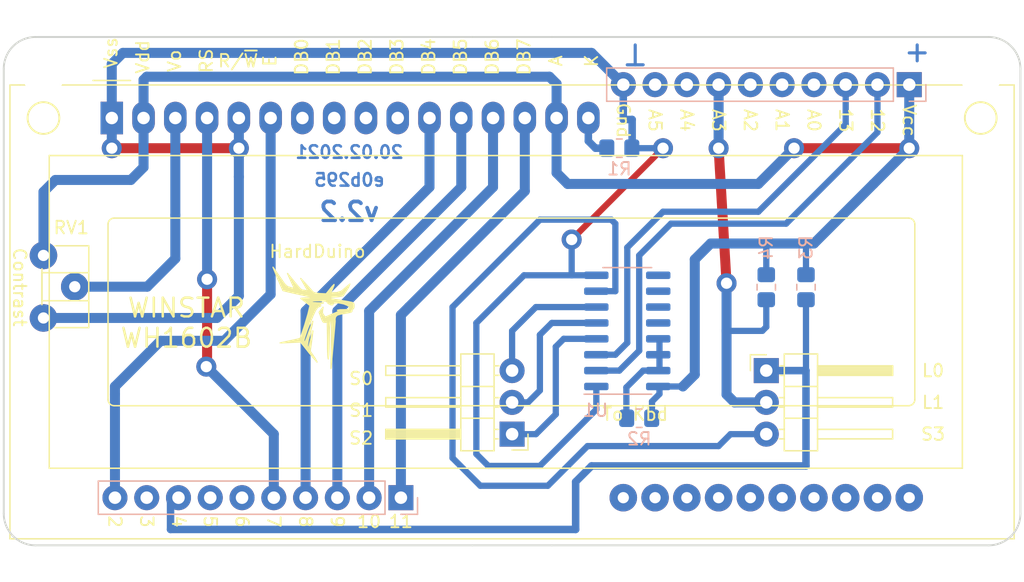
<source format=kicad_pcb>
(kicad_pcb (version 20171130) (host pcbnew "(5.1.8)-1")

  (general
    (thickness 1.6)
    (drawings 64)
    (tracks 178)
    (zones 0)
    (modules 15)
    (nets 36)
  )

  (page A4 portrait)
  (layers
    (0 F.Cu signal)
    (31 B.Cu signal)
    (32 B.Adhes user)
    (33 F.Adhes user)
    (34 B.Paste user)
    (35 F.Paste user)
    (36 B.SilkS user)
    (37 F.SilkS user)
    (38 B.Mask user)
    (39 F.Mask user)
    (40 Dwgs.User user)
    (41 Cmts.User user)
    (42 Eco1.User user)
    (43 Eco2.User user)
    (44 Edge.Cuts user)
    (45 Margin user)
    (46 B.CrtYd user)
    (47 F.CrtYd user)
    (48 B.Fab user)
    (49 F.Fab user)
  )

  (setup
    (last_trace_width 0.25)
    (user_trace_width 0.5)
    (user_trace_width 0.6)
    (user_trace_width 0.8)
    (trace_clearance 0.2)
    (zone_clearance 0.508)
    (zone_45_only no)
    (trace_min 0.2)
    (via_size 0.8)
    (via_drill 0.4)
    (via_min_size 0.4)
    (via_min_drill 0.3)
    (user_via 1.6 0.9)
    (user_via 2.2 0.9)
    (uvia_size 0.3)
    (uvia_drill 0.1)
    (uvias_allowed no)
    (uvia_min_size 0.2)
    (uvia_min_drill 0.1)
    (edge_width 0.05)
    (segment_width 0.2)
    (pcb_text_width 0.3)
    (pcb_text_size 1.5 1.5)
    (mod_edge_width 0.12)
    (mod_text_size 1 1)
    (mod_text_width 0.15)
    (pad_size 2 2)
    (pad_drill 1)
    (pad_to_mask_clearance 0.051)
    (solder_mask_min_width 0.1)
    (aux_axis_origin 0 0)
    (visible_elements 7FFFFFFF)
    (pcbplotparams
      (layerselection 0x010f0_ffffffff)
      (usegerberextensions false)
      (usegerberattributes false)
      (usegerberadvancedattributes false)
      (creategerberjobfile false)
      (excludeedgelayer true)
      (linewidth 0.100000)
      (plotframeref false)
      (viasonmask false)
      (mode 1)
      (useauxorigin false)
      (hpglpennumber 1)
      (hpglpenspeed 20)
      (hpglpendiameter 15.000000)
      (psnegative false)
      (psa4output false)
      (plotreference true)
      (plotvalue true)
      (plotinvisibletext false)
      (padsonsilk false)
      (subtractmaskfromsilk false)
      (outputformat 1)
      (mirror false)
      (drillshape 0)
      (scaleselection 1)
      (outputdirectory "gerber/"))
  )

  (net 0 "")
  (net 1 VCC)
  (net 2 /12)
  (net 3 /13)
  (net 4 /A0)
  (net 5 /A1)
  (net 6 /A2)
  (net 7 /A3)
  (net 8 /A4)
  (net 9 /A5)
  (net 10 GND)
  (net 11 /2)
  (net 12 /3)
  (net 13 /4)
  (net 14 /5)
  (net 15 /6)
  (net 16 /7)
  (net 17 /8)
  (net 18 /9)
  (net 19 /10)
  (net 20 /11)
  (net 21 "Net-(DS1-Pad3)")
  (net 22 "Net-(DS1-Pad10)")
  (net 23 "Net-(DS1-Pad9)")
  (net 24 "Net-(DS1-Pad8)")
  (net 25 "Net-(DS1-Pad7)")
  (net 26 "Net-(DS1-Pad16)")
  (net 27 "Net-(R2-Pad1)")
  (net 28 "Net-(U1-Pad9)")
  (net 29 "Net-(U1-Pad10)")
  (net 30 "Net-(U1-Pad11)")
  (net 31 "Net-(U1-Pad12)")
  (net 32 /S2)
  (net 33 /S1)
  (net 34 /S0)
  (net 35 /S3)

  (net_class Default "Это класс цепей по умолчанию."
    (clearance 0.2)
    (trace_width 0.25)
    (via_dia 0.8)
    (via_drill 0.4)
    (uvia_dia 0.3)
    (uvia_drill 0.1)
    (add_net /10)
    (add_net /11)
    (add_net /12)
    (add_net /13)
    (add_net /2)
    (add_net /3)
    (add_net /4)
    (add_net /5)
    (add_net /6)
    (add_net /7)
    (add_net /8)
    (add_net /9)
    (add_net /A0)
    (add_net /A1)
    (add_net /A2)
    (add_net /A3)
    (add_net /A4)
    (add_net /A5)
    (add_net /S0)
    (add_net /S1)
    (add_net /S2)
    (add_net /S3)
    (add_net GND)
    (add_net "Net-(DS1-Pad10)")
    (add_net "Net-(DS1-Pad16)")
    (add_net "Net-(DS1-Pad3)")
    (add_net "Net-(DS1-Pad7)")
    (add_net "Net-(DS1-Pad8)")
    (add_net "Net-(DS1-Pad9)")
    (add_net "Net-(R2-Pad1)")
    (add_net "Net-(U1-Pad10)")
    (add_net "Net-(U1-Pad11)")
    (add_net "Net-(U1-Pad12)")
    (add_net "Net-(U1-Pad9)")
    (add_net VCC)
  )

  (module Resistor_SMD:R_0805_2012Metric_Pad1.20x1.40mm_HandSolder (layer B.Cu) (tedit 5F68FEEE) (tstamp 602F77E9)
    (at 130.81 45.4025 270)
    (descr "Resistor SMD 0805 (2012 Metric), square (rectangular) end terminal, IPC_7351 nominal with elongated pad for handsoldering. (Body size source: IPC-SM-782 page 72, https://www.pcb-3d.com/wordpress/wp-content/uploads/ipc-sm-782a_amendment_1_and_2.pdf), generated with kicad-footprint-generator")
    (tags "resistor handsolder")
    (path /6031E135)
    (attr smd)
    (fp_text reference R4 (at -3.175 0 90) (layer B.SilkS)
      (effects (font (size 1 1) (thickness 0.15)) (justify mirror))
    )
    (fp_text value 10k (at 0 -1.65 90) (layer B.Fab)
      (effects (font (size 1 1) (thickness 0.15)) (justify mirror))
    )
    (fp_line (start 1.85 -0.95) (end -1.85 -0.95) (layer B.CrtYd) (width 0.05))
    (fp_line (start 1.85 0.95) (end 1.85 -0.95) (layer B.CrtYd) (width 0.05))
    (fp_line (start -1.85 0.95) (end 1.85 0.95) (layer B.CrtYd) (width 0.05))
    (fp_line (start -1.85 -0.95) (end -1.85 0.95) (layer B.CrtYd) (width 0.05))
    (fp_line (start -0.227064 -0.735) (end 0.227064 -0.735) (layer B.SilkS) (width 0.12))
    (fp_line (start -0.227064 0.735) (end 0.227064 0.735) (layer B.SilkS) (width 0.12))
    (fp_line (start 1 -0.625) (end -1 -0.625) (layer B.Fab) (width 0.1))
    (fp_line (start 1 0.625) (end 1 -0.625) (layer B.Fab) (width 0.1))
    (fp_line (start -1 0.625) (end 1 0.625) (layer B.Fab) (width 0.1))
    (fp_line (start -1 -0.625) (end -1 0.625) (layer B.Fab) (width 0.1))
    (fp_text user %R (at 0 0 90) (layer B.Fab)
      (effects (font (size 0.5 0.5) (thickness 0.08)) (justify mirror))
    )
    (pad 2 smd roundrect (at 1 0 270) (size 1.2 1.4) (layers B.Cu B.Paste B.Mask) (roundrect_rratio 0.208333)
      (net 7 /A3))
    (pad 1 smd roundrect (at -1 0 270) (size 1.2 1.4) (layers B.Cu B.Paste B.Mask) (roundrect_rratio 0.208333)
      (net 1 VCC))
    (model ${KISYS3DMOD}/Resistor_SMD.3dshapes/R_0805_2012Metric.wrl
      (at (xyz 0 0 0))
      (scale (xyz 1 1 1))
      (rotate (xyz 0 0 0))
    )
  )

  (module Resistor_SMD:R_0805_2012Metric_Pad1.20x1.40mm_HandSolder (layer B.Cu) (tedit 5F68FEEE) (tstamp 602F77D8)
    (at 133.985 45.4025 270)
    (descr "Resistor SMD 0805 (2012 Metric), square (rectangular) end terminal, IPC_7351 nominal with elongated pad for handsoldering. (Body size source: IPC-SM-782 page 72, https://www.pcb-3d.com/wordpress/wp-content/uploads/ipc-sm-782a_amendment_1_and_2.pdf), generated with kicad-footprint-generator")
    (tags "resistor handsolder")
    (path /6031DA83)
    (attr smd)
    (fp_text reference R3 (at -3.175 0 90) (layer B.SilkS)
      (effects (font (size 1 1) (thickness 0.15)) (justify mirror))
    )
    (fp_text value 10k (at 0 -1.65 90) (layer B.Fab)
      (effects (font (size 1 1) (thickness 0.15)) (justify mirror))
    )
    (fp_line (start 1.85 -0.95) (end -1.85 -0.95) (layer B.CrtYd) (width 0.05))
    (fp_line (start 1.85 0.95) (end 1.85 -0.95) (layer B.CrtYd) (width 0.05))
    (fp_line (start -1.85 0.95) (end 1.85 0.95) (layer B.CrtYd) (width 0.05))
    (fp_line (start -1.85 -0.95) (end -1.85 0.95) (layer B.CrtYd) (width 0.05))
    (fp_line (start -0.227064 -0.735) (end 0.227064 -0.735) (layer B.SilkS) (width 0.12))
    (fp_line (start -0.227064 0.735) (end 0.227064 0.735) (layer B.SilkS) (width 0.12))
    (fp_line (start 1 -0.625) (end -1 -0.625) (layer B.Fab) (width 0.1))
    (fp_line (start 1 0.625) (end 1 -0.625) (layer B.Fab) (width 0.1))
    (fp_line (start -1 0.625) (end 1 0.625) (layer B.Fab) (width 0.1))
    (fp_line (start -1 -0.625) (end -1 0.625) (layer B.Fab) (width 0.1))
    (fp_text user %R (at 0 0 90) (layer B.Fab)
      (effects (font (size 0.5 0.5) (thickness 0.08)) (justify mirror))
    )
    (pad 2 smd roundrect (at 1 0 270) (size 1.2 1.4) (layers B.Cu B.Paste B.Mask) (roundrect_rratio 0.208333)
      (net 13 /4))
    (pad 1 smd roundrect (at -1 0 270) (size 1.2 1.4) (layers B.Cu B.Paste B.Mask) (roundrect_rratio 0.208333)
      (net 1 VCC))
    (model ${KISYS3DMOD}/Resistor_SMD.3dshapes/R_0805_2012Metric.wrl
      (at (xyz 0 0 0))
      (scale (xyz 1 1 1))
      (rotate (xyz 0 0 0))
    )
  )

  (module Resistor_SMD:R_0805_2012Metric_Pad1.20x1.40mm_HandSolder (layer B.Cu) (tedit 5F68FEEE) (tstamp 5FC2CF04)
    (at 120.65 55.88)
    (descr "Resistor SMD 0805 (2012 Metric), square (rectangular) end terminal, IPC_7351 nominal with elongated pad for handsoldering. (Body size source: IPC-SM-782 page 72, https://www.pcb-3d.com/wordpress/wp-content/uploads/ipc-sm-782a_amendment_1_and_2.pdf), generated with kicad-footprint-generator")
    (tags "resistor handsolder")
    (path /5FC323B0)
    (attr smd)
    (fp_text reference R2 (at 0 1.65) (layer B.SilkS)
      (effects (font (size 1 1) (thickness 0.15)) (justify mirror))
    )
    (fp_text value 10k (at 0 -1.65) (layer B.Fab)
      (effects (font (size 1 1) (thickness 0.15)) (justify mirror))
    )
    (fp_line (start 1.85 -0.95) (end -1.85 -0.95) (layer B.CrtYd) (width 0.05))
    (fp_line (start 1.85 0.95) (end 1.85 -0.95) (layer B.CrtYd) (width 0.05))
    (fp_line (start -1.85 0.95) (end 1.85 0.95) (layer B.CrtYd) (width 0.05))
    (fp_line (start -1.85 -0.95) (end -1.85 0.95) (layer B.CrtYd) (width 0.05))
    (fp_line (start -0.227064 -0.735) (end 0.227064 -0.735) (layer B.SilkS) (width 0.12))
    (fp_line (start -0.227064 0.735) (end 0.227064 0.735) (layer B.SilkS) (width 0.12))
    (fp_line (start 1 -0.625) (end -1 -0.625) (layer B.Fab) (width 0.1))
    (fp_line (start 1 0.625) (end 1 -0.625) (layer B.Fab) (width 0.1))
    (fp_line (start -1 0.625) (end 1 0.625) (layer B.Fab) (width 0.1))
    (fp_line (start -1 -0.625) (end -1 0.625) (layer B.Fab) (width 0.1))
    (fp_text user %R (at 0 0) (layer B.Fab)
      (effects (font (size 0.5 0.5) (thickness 0.08)) (justify mirror))
    )
    (pad 2 smd roundrect (at 1 0) (size 1.2 1.4) (layers B.Cu B.Paste B.Mask) (roundrect_rratio 0.208333)
      (net 1 VCC))
    (pad 1 smd roundrect (at -1 0) (size 1.2 1.4) (layers B.Cu B.Paste B.Mask) (roundrect_rratio 0.208333)
      (net 27 "Net-(R2-Pad1)"))
    (model ${KISYS3DMOD}/Resistor_SMD.3dshapes/R_0805_2012Metric.wrl
      (at (xyz 0 0 0))
      (scale (xyz 1 1 1))
      (rotate (xyz 0 0 0))
    )
  )

  (module Resistor_SMD:R_0805_2012Metric_Pad1.20x1.40mm_HandSolder (layer B.Cu) (tedit 5F68FEEE) (tstamp 5EAB9027)
    (at 119.0625 34.29)
    (descr "Resistor SMD 0805 (2012 Metric), square (rectangular) end terminal, IPC_7351 nominal with elongated pad for handsoldering. (Body size source: IPC-SM-782 page 72, https://www.pcb-3d.com/wordpress/wp-content/uploads/ipc-sm-782a_amendment_1_and_2.pdf), generated with kicad-footprint-generator")
    (tags "resistor handsolder")
    (path /5EAB4E35)
    (attr smd)
    (fp_text reference R1 (at 0 1.65) (layer B.SilkS)
      (effects (font (size 1 1) (thickness 0.15)) (justify mirror))
    )
    (fp_text value 20 (at 0 -1.65) (layer B.Fab)
      (effects (font (size 1 1) (thickness 0.15)) (justify mirror))
    )
    (fp_line (start 1.85 -0.95) (end -1.85 -0.95) (layer B.CrtYd) (width 0.05))
    (fp_line (start 1.85 0.95) (end 1.85 -0.95) (layer B.CrtYd) (width 0.05))
    (fp_line (start -1.85 0.95) (end 1.85 0.95) (layer B.CrtYd) (width 0.05))
    (fp_line (start -1.85 -0.95) (end -1.85 0.95) (layer B.CrtYd) (width 0.05))
    (fp_line (start -0.227064 -0.735) (end 0.227064 -0.735) (layer B.SilkS) (width 0.12))
    (fp_line (start -0.227064 0.735) (end 0.227064 0.735) (layer B.SilkS) (width 0.12))
    (fp_line (start 1 -0.625) (end -1 -0.625) (layer B.Fab) (width 0.1))
    (fp_line (start 1 0.625) (end 1 -0.625) (layer B.Fab) (width 0.1))
    (fp_line (start -1 0.625) (end 1 0.625) (layer B.Fab) (width 0.1))
    (fp_line (start -1 -0.625) (end -1 0.625) (layer B.Fab) (width 0.1))
    (fp_text user %R (at 0 0) (layer B.Fab)
      (effects (font (size 0.5 0.5) (thickness 0.08)) (justify mirror))
    )
    (pad 2 smd roundrect (at 1 0) (size 1.2 1.4) (layers B.Cu B.Paste B.Mask) (roundrect_rratio 0.208333)
      (net 10 GND))
    (pad 1 smd roundrect (at -1 0) (size 1.2 1.4) (layers B.Cu B.Paste B.Mask) (roundrect_rratio 0.208333)
      (net 26 "Net-(DS1-Pad16)"))
    (model ${KISYS3DMOD}/Resistor_SMD.3dshapes/R_0805_2012Metric.wrl
      (at (xyz 0 0 0))
      (scale (xyz 1 1 1))
      (rotate (xyz 0 0 0))
    )
  )

  (module Connector_PinHeader_2.54mm:PinHeader_1x03_P2.54mm_Horizontal (layer F.Cu) (tedit 602EE6CD) (tstamp 602F459D)
    (at 130.81 52.07)
    (descr "Through hole angled pin header, 1x03, 2.54mm pitch, 6mm pin length, single row")
    (tags "Through hole angled pin header THT 1x03 2.54mm single row")
    (path /602F2840)
    (fp_text reference J4 (at 2.8575 -2.8575) (layer F.SilkS) hide
      (effects (font (size 1 1) (thickness 0.15)))
    )
    (fp_text value Conn_01x03_Male (at 4.385 7.35) (layer F.Fab)
      (effects (font (size 1 1) (thickness 0.15)))
    )
    (fp_line (start 10.55 -1.8) (end -1.8 -1.8) (layer F.CrtYd) (width 0.05))
    (fp_line (start 10.55 6.85) (end 10.55 -1.8) (layer F.CrtYd) (width 0.05))
    (fp_line (start -1.8 6.85) (end 10.55 6.85) (layer F.CrtYd) (width 0.05))
    (fp_line (start -1.8 -1.8) (end -1.8 6.85) (layer F.CrtYd) (width 0.05))
    (fp_line (start -1.27 -1.27) (end 0 -1.27) (layer F.SilkS) (width 0.12))
    (fp_line (start -1.27 0) (end -1.27 -1.27) (layer F.SilkS) (width 0.12))
    (fp_line (start 1.042929 5.46) (end 1.44 5.46) (layer F.SilkS) (width 0.12))
    (fp_line (start 1.042929 4.7) (end 1.44 4.7) (layer F.SilkS) (width 0.12))
    (fp_line (start 10.1 5.46) (end 4.1 5.46) (layer F.SilkS) (width 0.12))
    (fp_line (start 10.1 4.7) (end 10.1 5.46) (layer F.SilkS) (width 0.12))
    (fp_line (start 4.1 4.7) (end 10.1 4.7) (layer F.SilkS) (width 0.12))
    (fp_line (start 1.44 3.81) (end 4.1 3.81) (layer F.SilkS) (width 0.12))
    (fp_line (start 1.042929 2.92) (end 1.44 2.92) (layer F.SilkS) (width 0.12))
    (fp_line (start 1.042929 2.16) (end 1.44 2.16) (layer F.SilkS) (width 0.12))
    (fp_line (start 10.1 2.92) (end 4.1 2.92) (layer F.SilkS) (width 0.12))
    (fp_line (start 10.1 2.16) (end 10.1 2.92) (layer F.SilkS) (width 0.12))
    (fp_line (start 4.1 2.16) (end 10.1 2.16) (layer F.SilkS) (width 0.12))
    (fp_line (start 1.44 1.27) (end 4.1 1.27) (layer F.SilkS) (width 0.12))
    (fp_line (start 1.11 0.38) (end 1.44 0.38) (layer F.SilkS) (width 0.12))
    (fp_line (start 1.11 -0.38) (end 1.44 -0.38) (layer F.SilkS) (width 0.12))
    (fp_line (start 4.1 0.28) (end 10.1 0.28) (layer F.SilkS) (width 0.12))
    (fp_line (start 4.1 0.16) (end 10.1 0.16) (layer F.SilkS) (width 0.12))
    (fp_line (start 4.1 0.04) (end 10.1 0.04) (layer F.SilkS) (width 0.12))
    (fp_line (start 4.1 -0.08) (end 10.1 -0.08) (layer F.SilkS) (width 0.12))
    (fp_line (start 4.1 -0.2) (end 10.1 -0.2) (layer F.SilkS) (width 0.12))
    (fp_line (start 4.1 -0.32) (end 10.1 -0.32) (layer F.SilkS) (width 0.12))
    (fp_line (start 10.1 0.38) (end 4.1 0.38) (layer F.SilkS) (width 0.12))
    (fp_line (start 10.1 -0.38) (end 10.1 0.38) (layer F.SilkS) (width 0.12))
    (fp_line (start 4.1 -0.38) (end 10.1 -0.38) (layer F.SilkS) (width 0.12))
    (fp_line (start 4.1 -1.33) (end 1.44 -1.33) (layer F.SilkS) (width 0.12))
    (fp_line (start 4.1 6.41) (end 4.1 -1.33) (layer F.SilkS) (width 0.12))
    (fp_line (start 1.44 6.41) (end 4.1 6.41) (layer F.SilkS) (width 0.12))
    (fp_line (start 1.44 -1.33) (end 1.44 6.41) (layer F.SilkS) (width 0.12))
    (fp_line (start 4.04 5.4) (end 10.04 5.4) (layer F.Fab) (width 0.1))
    (fp_line (start 10.04 4.76) (end 10.04 5.4) (layer F.Fab) (width 0.1))
    (fp_line (start 4.04 4.76) (end 10.04 4.76) (layer F.Fab) (width 0.1))
    (fp_line (start -0.32 5.4) (end 1.5 5.4) (layer F.Fab) (width 0.1))
    (fp_line (start -0.32 4.76) (end -0.32 5.4) (layer F.Fab) (width 0.1))
    (fp_line (start -0.32 4.76) (end 1.5 4.76) (layer F.Fab) (width 0.1))
    (fp_line (start 4.04 2.86) (end 10.04 2.86) (layer F.Fab) (width 0.1))
    (fp_line (start 10.04 2.22) (end 10.04 2.86) (layer F.Fab) (width 0.1))
    (fp_line (start 4.04 2.22) (end 10.04 2.22) (layer F.Fab) (width 0.1))
    (fp_line (start -0.32 2.86) (end 1.5 2.86) (layer F.Fab) (width 0.1))
    (fp_line (start -0.32 2.22) (end -0.32 2.86) (layer F.Fab) (width 0.1))
    (fp_line (start -0.32 2.22) (end 1.5 2.22) (layer F.Fab) (width 0.1))
    (fp_line (start 4.04 0.32) (end 10.04 0.32) (layer F.Fab) (width 0.1))
    (fp_line (start 10.04 -0.32) (end 10.04 0.32) (layer F.Fab) (width 0.1))
    (fp_line (start 4.04 -0.32) (end 10.04 -0.32) (layer F.Fab) (width 0.1))
    (fp_line (start -0.32 0.32) (end 1.5 0.32) (layer F.Fab) (width 0.1))
    (fp_line (start -0.32 -0.32) (end -0.32 0.32) (layer F.Fab) (width 0.1))
    (fp_line (start -0.32 -0.32) (end 1.5 -0.32) (layer F.Fab) (width 0.1))
    (fp_line (start 1.5 -0.635) (end 2.135 -1.27) (layer F.Fab) (width 0.1))
    (fp_line (start 1.5 6.35) (end 1.5 -0.635) (layer F.Fab) (width 0.1))
    (fp_line (start 4.04 6.35) (end 1.5 6.35) (layer F.Fab) (width 0.1))
    (fp_line (start 4.04 -1.27) (end 4.04 6.35) (layer F.Fab) (width 0.1))
    (fp_line (start 2.135 -1.27) (end 4.04 -1.27) (layer F.Fab) (width 0.1))
    (fp_text user %R (at 2.77 2.54 90) (layer F.Fab)
      (effects (font (size 1 1) (thickness 0.15)))
    )
    (pad 3 thru_hole oval (at 0 5.08) (size 2 2) (drill 1) (layers *.Cu *.Mask)
      (net 35 /S3))
    (pad 2 thru_hole oval (at 0 2.54) (size 2 2) (drill 1) (layers *.Cu *.Mask)
      (net 7 /A3))
    (pad 1 thru_hole rect (at 0 0) (size 2 2) (drill 1) (layers *.Cu *.Mask)
      (net 13 /4))
    (model ${KISYS3DMOD}/Connector_PinHeader_2.54mm.3dshapes/PinHeader_1x03_P2.54mm_Horizontal.wrl
      (at (xyz 0 0 0))
      (scale (xyz 1 1 1))
      (rotate (xyz 0 0 0))
    )
  )

  (module Connector_PinHeader_2.54mm:PinHeader_1x03_P2.54mm_Horizontal (layer F.Cu) (tedit 602EE6AC) (tstamp 602F455D)
    (at 110.49 57.15 180)
    (descr "Through hole angled pin header, 1x03, 2.54mm pitch, 6mm pin length, single row")
    (tags "Through hole angled pin header THT 1x03 2.54mm single row")
    (path /602F21F3)
    (fp_text reference J3 (at 2.8575 -2.8575) (layer F.SilkS) hide
      (effects (font (size 1 1) (thickness 0.15)))
    )
    (fp_text value Conn_01x03_Male (at 4.385 7.35) (layer F.Fab)
      (effects (font (size 1 1) (thickness 0.15)))
    )
    (fp_line (start 10.55 -1.8) (end -1.8 -1.8) (layer F.CrtYd) (width 0.05))
    (fp_line (start 10.55 6.85) (end 10.55 -1.8) (layer F.CrtYd) (width 0.05))
    (fp_line (start -1.8 6.85) (end 10.55 6.85) (layer F.CrtYd) (width 0.05))
    (fp_line (start -1.8 -1.8) (end -1.8 6.85) (layer F.CrtYd) (width 0.05))
    (fp_line (start -1.27 -1.27) (end 0 -1.27) (layer F.SilkS) (width 0.12))
    (fp_line (start -1.27 0) (end -1.27 -1.27) (layer F.SilkS) (width 0.12))
    (fp_line (start 1.042929 5.46) (end 1.44 5.46) (layer F.SilkS) (width 0.12))
    (fp_line (start 1.042929 4.7) (end 1.44 4.7) (layer F.SilkS) (width 0.12))
    (fp_line (start 10.1 5.46) (end 4.1 5.46) (layer F.SilkS) (width 0.12))
    (fp_line (start 10.1 4.7) (end 10.1 5.46) (layer F.SilkS) (width 0.12))
    (fp_line (start 4.1 4.7) (end 10.1 4.7) (layer F.SilkS) (width 0.12))
    (fp_line (start 1.44 3.81) (end 4.1 3.81) (layer F.SilkS) (width 0.12))
    (fp_line (start 1.042929 2.92) (end 1.44 2.92) (layer F.SilkS) (width 0.12))
    (fp_line (start 1.042929 2.16) (end 1.44 2.16) (layer F.SilkS) (width 0.12))
    (fp_line (start 10.1 2.92) (end 4.1 2.92) (layer F.SilkS) (width 0.12))
    (fp_line (start 10.1 2.16) (end 10.1 2.92) (layer F.SilkS) (width 0.12))
    (fp_line (start 4.1 2.16) (end 10.1 2.16) (layer F.SilkS) (width 0.12))
    (fp_line (start 1.44 1.27) (end 4.1 1.27) (layer F.SilkS) (width 0.12))
    (fp_line (start 1.11 0.38) (end 1.44 0.38) (layer F.SilkS) (width 0.12))
    (fp_line (start 1.11 -0.38) (end 1.44 -0.38) (layer F.SilkS) (width 0.12))
    (fp_line (start 4.1 0.28) (end 10.1 0.28) (layer F.SilkS) (width 0.12))
    (fp_line (start 4.1 0.16) (end 10.1 0.16) (layer F.SilkS) (width 0.12))
    (fp_line (start 4.1 0.04) (end 10.1 0.04) (layer F.SilkS) (width 0.12))
    (fp_line (start 4.1 -0.08) (end 10.1 -0.08) (layer F.SilkS) (width 0.12))
    (fp_line (start 4.1 -0.2) (end 10.1 -0.2) (layer F.SilkS) (width 0.12))
    (fp_line (start 4.1 -0.32) (end 10.1 -0.32) (layer F.SilkS) (width 0.12))
    (fp_line (start 10.1 0.38) (end 4.1 0.38) (layer F.SilkS) (width 0.12))
    (fp_line (start 10.1 -0.38) (end 10.1 0.38) (layer F.SilkS) (width 0.12))
    (fp_line (start 4.1 -0.38) (end 10.1 -0.38) (layer F.SilkS) (width 0.12))
    (fp_line (start 4.1 -1.33) (end 1.44 -1.33) (layer F.SilkS) (width 0.12))
    (fp_line (start 4.1 6.41) (end 4.1 -1.33) (layer F.SilkS) (width 0.12))
    (fp_line (start 1.44 6.41) (end 4.1 6.41) (layer F.SilkS) (width 0.12))
    (fp_line (start 1.44 -1.33) (end 1.44 6.41) (layer F.SilkS) (width 0.12))
    (fp_line (start 4.04 5.4) (end 10.04 5.4) (layer F.Fab) (width 0.1))
    (fp_line (start 10.04 4.76) (end 10.04 5.4) (layer F.Fab) (width 0.1))
    (fp_line (start 4.04 4.76) (end 10.04 4.76) (layer F.Fab) (width 0.1))
    (fp_line (start -0.32 5.4) (end 1.5 5.4) (layer F.Fab) (width 0.1))
    (fp_line (start -0.32 4.76) (end -0.32 5.4) (layer F.Fab) (width 0.1))
    (fp_line (start -0.32 4.76) (end 1.5 4.76) (layer F.Fab) (width 0.1))
    (fp_line (start 4.04 2.86) (end 10.04 2.86) (layer F.Fab) (width 0.1))
    (fp_line (start 10.04 2.22) (end 10.04 2.86) (layer F.Fab) (width 0.1))
    (fp_line (start 4.04 2.22) (end 10.04 2.22) (layer F.Fab) (width 0.1))
    (fp_line (start -0.32 2.86) (end 1.5 2.86) (layer F.Fab) (width 0.1))
    (fp_line (start -0.32 2.22) (end -0.32 2.86) (layer F.Fab) (width 0.1))
    (fp_line (start -0.32 2.22) (end 1.5 2.22) (layer F.Fab) (width 0.1))
    (fp_line (start 4.04 0.32) (end 10.04 0.32) (layer F.Fab) (width 0.1))
    (fp_line (start 10.04 -0.32) (end 10.04 0.32) (layer F.Fab) (width 0.1))
    (fp_line (start 4.04 -0.32) (end 10.04 -0.32) (layer F.Fab) (width 0.1))
    (fp_line (start -0.32 0.32) (end 1.5 0.32) (layer F.Fab) (width 0.1))
    (fp_line (start -0.32 -0.32) (end -0.32 0.32) (layer F.Fab) (width 0.1))
    (fp_line (start -0.32 -0.32) (end 1.5 -0.32) (layer F.Fab) (width 0.1))
    (fp_line (start 1.5 -0.635) (end 2.135 -1.27) (layer F.Fab) (width 0.1))
    (fp_line (start 1.5 6.35) (end 1.5 -0.635) (layer F.Fab) (width 0.1))
    (fp_line (start 4.04 6.35) (end 1.5 6.35) (layer F.Fab) (width 0.1))
    (fp_line (start 4.04 -1.27) (end 4.04 6.35) (layer F.Fab) (width 0.1))
    (fp_line (start 2.135 -1.27) (end 4.04 -1.27) (layer F.Fab) (width 0.1))
    (fp_text user %R (at 2.77 2.54 90) (layer F.Fab)
      (effects (font (size 1 1) (thickness 0.15)))
    )
    (pad 3 thru_hole oval (at 0 5.08 180) (size 2 2) (drill 1) (layers *.Cu *.Mask)
      (net 32 /S2))
    (pad 2 thru_hole oval (at 0 2.54 180) (size 2 2) (drill 1) (layers *.Cu *.Mask)
      (net 33 /S1))
    (pad 1 thru_hole rect (at 0 0 180) (size 2 2) (drill 1) (layers *.Cu *.Mask)
      (net 34 /S0))
    (model ${KISYS3DMOD}/Connector_PinHeader_2.54mm.3dshapes/PinHeader_1x03_P2.54mm_Horizontal.wrl
      (at (xyz 0 0 0))
      (scale (xyz 1 1 1))
      (rotate (xyz 0 0 0))
    )
  )

  (module MountingHole:MountingHole_3.2mm_M3 (layer F.Cu) (tedit 56D1B4CB) (tstamp 5D79781E)
    (at 147.955 62.865 90)
    (descr "Mounting Hole 3.2mm, no annular, M3")
    (tags "mounting hole 3.2mm no annular m3")
    (path /5D791BF4)
    (attr virtual)
    (fp_text reference H1 (at -3.81 -4.2 90) (layer F.SilkS) hide
      (effects (font (size 1 1) (thickness 0.15)))
    )
    (fp_text value MountingHole (at 2.54 -5.08 90) (layer F.Fab) hide
      (effects (font (size 1 1) (thickness 0.15)))
    )
    (fp_circle (center 0 0) (end 3.2 0) (layer Cmts.User) (width 0.15))
    (fp_circle (center 0 0) (end 3.45 0) (layer F.CrtYd) (width 0.05))
    (fp_text user %R (at 0.3 0 90) (layer F.Fab)
      (effects (font (size 1 1) (thickness 0.15)))
    )
    (pad 1 np_thru_hole circle (at 0 0 90) (size 3.2 3.2) (drill 3.2) (layers *.Cu *.Mask))
  )

  (module MountingHole:MountingHole_3.2mm_M3 (layer F.Cu) (tedit 56D1B4CB) (tstamp 5D797826)
    (at 147.955 28.575 90)
    (descr "Mounting Hole 3.2mm, no annular, M3")
    (tags "mounting hole 3.2mm no annular m3")
    (path /5D793188)
    (attr virtual)
    (fp_text reference H2 (at -3.81 3.81 90) (layer F.SilkS) hide
      (effects (font (size 1 1) (thickness 0.15)))
    )
    (fp_text value MountingHole (at 3.81 5.08 90) (layer F.Fab) hide
      (effects (font (size 1 1) (thickness 0.15)))
    )
    (fp_circle (center 0 0) (end 3.45 0) (layer F.CrtYd) (width 0.05))
    (fp_circle (center 0 0) (end 3.2 0) (layer Cmts.User) (width 0.15))
    (fp_text user %R (at 0.3 0 90) (layer F.Fab)
      (effects (font (size 1 1) (thickness 0.15)))
    )
    (pad 1 np_thru_hole circle (at 0 0 90) (size 3.2 3.2) (drill 3.2) (layers *.Cu *.Mask))
  )

  (module MountingHole:MountingHole_3.2mm_M3 (layer F.Cu) (tedit 56D1B4CB) (tstamp 5D79782E)
    (at 73.025 62.865 90)
    (descr "Mounting Hole 3.2mm, no annular, M3")
    (tags "mounting hole 3.2mm no annular m3")
    (path /5D793224)
    (attr virtual)
    (fp_text reference H3 (at 3.81 -3.81 90) (layer F.SilkS) hide
      (effects (font (size 1 1) (thickness 0.15)))
    )
    (fp_text value MountingHole (at -2.54 -5.08 90) (layer F.Fab) hide
      (effects (font (size 1 1) (thickness 0.15)))
    )
    (fp_circle (center 0 0) (end 3.2 0) (layer Cmts.User) (width 0.15))
    (fp_circle (center 0 0) (end 3.45 0) (layer F.CrtYd) (width 0.05))
    (fp_text user %R (at 0.3 0 90) (layer F.Fab)
      (effects (font (size 1 1) (thickness 0.15)))
    )
    (pad 1 np_thru_hole circle (at 0 0 90) (size 3.2 3.2) (drill 3.2) (layers *.Cu *.Mask))
  )

  (module MountingHole:MountingHole_3.2mm_M3 (layer F.Cu) (tedit 56D1B4CB) (tstamp 5D797836)
    (at 73.025 28.575 90)
    (descr "Mounting Hole 3.2mm, no annular, M3")
    (tags "mounting hole 3.2mm no annular m3")
    (path /5D7932CC)
    (attr virtual)
    (fp_text reference H4 (at 3.81 3.81 90) (layer F.SilkS) hide
      (effects (font (size 1 1) (thickness 0.15)))
    )
    (fp_text value MountingHole (at -5.08 5.08 90) (layer F.Fab) hide
      (effects (font (size 1 1) (thickness 0.15)))
    )
    (fp_circle (center 0 0) (end 3.45 0) (layer F.CrtYd) (width 0.05))
    (fp_circle (center 0 0) (end 3.2 0) (layer Cmts.User) (width 0.15))
    (fp_text user %R (at 0 0 90) (layer F.Fab)
      (effects (font (size 1 1) (thickness 0.15)))
    )
    (pad 1 np_thru_hole circle (at 0 0 90) (size 3.2 3.2) (drill 3.2) (layers *.Cu *.Mask))
  )

  (module CommonLibrary:WH1602-2-holes (layer F.Cu) (tedit 602EE2B3) (tstamp 5E9CF9CD)
    (at 78.486 31.877)
    (descr "LCD 16x2 http://www.wincomlcd.com/pdf/WC1602A-SFYLYHTC06.pdf")
    (tags "LCD 16x2 Alphanumeric 16pin")
    (path /5E9C831B)
    (fp_text reference DS1 (at -6.4135 3.3655) (layer F.SilkS) hide
      (effects (font (size 1 1) (thickness 0.15)))
    )
    (fp_text value WH1602B (at -4.31 34.66) (layer F.Fab)
      (effects (font (size 1 1) (thickness 0.15)))
    )
    (fp_circle (center 69.469 30.988) (end 70.231 32.004) (layer F.SilkS) (width 0.15))
    (fp_circle (center -5.461 30.988) (end -4.699 32.004) (layer F.SilkS) (width 0.15))
    (fp_circle (center 69.469 0) (end 70.231 1.016) (layer F.SilkS) (width 0.15))
    (fp_circle (center -5.461 0) (end -4.699 1.016) (layer F.SilkS) (width 0.15))
    (fp_line (start -8.14 33.64) (end 72.14 33.64) (layer F.SilkS) (width 0.12))
    (fp_line (start 72.14 33.64) (end 72.14 -2.64) (layer F.SilkS) (width 0.12))
    (fp_line (start 72.14 -2.64) (end -7.34 -2.64) (layer F.SilkS) (width 0.12))
    (fp_line (start -8.14 -2.64) (end -8.14 33.64) (layer F.SilkS) (width 0.12))
    (fp_line (start -8.13 -2.64) (end -7.34 -2.64) (layer F.SilkS) (width 0.12))
    (fp_line (start -8.25 -2.75) (end -8.25 33.75) (layer F.CrtYd) (width 0.05))
    (fp_line (start -8.25 33.75) (end 72.25 33.75) (layer F.CrtYd) (width 0.05))
    (fp_line (start 72.25 -2.75) (end 72.25 33.75) (layer F.CrtYd) (width 0.05))
    (fp_line (start -1.5 -3) (end 1.5 -3) (layer F.SilkS) (width 0.12))
    (fp_line (start -8.25 -2.75) (end 72.25 -2.75) (layer F.CrtYd) (width 0.05))
    (fp_line (start 1 -2.5) (end 0 -1.5) (layer F.Fab) (width 0.1))
    (fp_line (start 0 -1.5) (end -1 -2.5) (layer F.Fab) (width 0.1))
    (fp_line (start -1 -2.5) (end -8 -2.5) (layer F.Fab) (width 0.1))
    (fp_line (start 0.2 8) (end 63.7 8) (layer F.SilkS) (width 0.12))
    (fp_line (start -0.29972 22.49932) (end -0.29972 8.5) (layer F.SilkS) (width 0.12))
    (fp_line (start 63.70066 23) (end 0.2 23) (layer F.SilkS) (width 0.12))
    (fp_line (start 64.2 8.5) (end 64.2 22.5) (layer F.SilkS) (width 0.12))
    (fp_line (start -5 3) (end 68 3) (layer F.SilkS) (width 0.12))
    (fp_line (start 68 3) (end 68 28) (layer F.SilkS) (width 0.12))
    (fp_line (start 68 28) (end -5 28) (layer F.SilkS) (width 0.12))
    (fp_line (start -5 28) (end -5 3) (layer F.SilkS) (width 0.12))
    (fp_line (start 1 -2.5) (end 72 -2.5) (layer F.Fab) (width 0.1))
    (fp_line (start 72 -2.5) (end 72 33.5) (layer F.Fab) (width 0.1))
    (fp_line (start 72 33.5) (end -8 33.5) (layer F.Fab) (width 0.1))
    (fp_line (start -8 33.5) (end -8 -2.5) (layer F.Fab) (width 0.1))
    (fp_arc (start 0.20066 8.49884) (end -0.29972 8.49884) (angle 90) (layer F.SilkS) (width 0.12))
    (fp_arc (start 0.20066 22.49932) (end 0.20066 22.9997) (angle 90) (layer F.SilkS) (width 0.12))
    (fp_arc (start 63.70066 22.49932) (end 64.20104 22.49932) (angle 90) (layer F.SilkS) (width 0.12))
    (fp_arc (start 63.7 8.5) (end 63.7 8) (angle 90) (layer F.SilkS) (width 0.12))
    (fp_text user %R (at 30.37 14.74) (layer F.Fab)
      (effects (font (size 1 1) (thickness 0.1)))
    )
    (pad 16 thru_hole oval (at 38.1 0) (size 1.8 2.6) (drill 1) (layers *.Cu *.Mask)
      (net 26 "Net-(DS1-Pad16)"))
    (pad 15 thru_hole oval (at 35.56 0) (size 1.8 2.6) (drill 1) (layers *.Cu *.Mask)
      (net 1 VCC))
    (pad 14 thru_hole oval (at 33.02 0) (size 1.8 2.6) (drill 1) (layers *.Cu *.Mask)
      (net 20 /11))
    (pad 13 thru_hole oval (at 30.48 0) (size 1.8 2.6) (drill 1) (layers *.Cu *.Mask)
      (net 19 /10))
    (pad 12 thru_hole oval (at 27.94 0) (size 1.8 2.6) (drill 1) (layers *.Cu *.Mask)
      (net 18 /9))
    (pad 11 thru_hole oval (at 25.4 0) (size 1.8 2.6) (drill 1) (layers *.Cu *.Mask)
      (net 17 /8))
    (pad 10 thru_hole oval (at 22.86 0) (size 1.8 2.6) (drill 1) (layers *.Cu *.Mask)
      (net 22 "Net-(DS1-Pad10)"))
    (pad 9 thru_hole oval (at 20.32 0) (size 1.8 2.6) (drill 1) (layers *.Cu *.Mask)
      (net 23 "Net-(DS1-Pad9)"))
    (pad 8 thru_hole oval (at 17.78 0) (size 1.8 2.6) (drill 1) (layers *.Cu *.Mask)
      (net 24 "Net-(DS1-Pad8)"))
    (pad 7 thru_hole oval (at 15.24 0) (size 1.8 2.6) (drill 1) (layers *.Cu *.Mask)
      (net 25 "Net-(DS1-Pad7)"))
    (pad 6 thru_hole oval (at 12.7 0) (size 1.8 2.6) (drill 1) (layers *.Cu *.Mask)
      (net 11 /2))
    (pad 5 thru_hole oval (at 10.16 0) (size 1.8 2.6) (drill 1) (layers *.Cu *.Mask)
      (net 10 GND))
    (pad 4 thru_hole oval (at 7.62 0) (size 1.8 2.6) (drill 1) (layers *.Cu *.Mask)
      (net 16 /7))
    (pad 3 thru_hole oval (at 5.08 0) (size 1.8 2.6) (drill 1) (layers *.Cu *.Mask)
      (net 21 "Net-(DS1-Pad3)"))
    (pad 2 thru_hole oval (at 2.54 0) (size 1.8 2.6) (drill 1) (layers *.Cu *.Mask)
      (net 1 VCC))
    (pad 1 thru_hole rect (at 0 0) (size 1.8 2.6) (drill 1) (layers *.Cu *.Mask)
      (net 10 GND))
    (model ${KISYS3DMOD}/Display.3dshapes/WC1602A.wrl
      (at (xyz 0 0 0))
      (scale (xyz 1 1 1))
      (rotate (xyz 0 0 0))
    )
  )

  (module Potentiometer_THT:Potentiometer_ACP_CA6-H2,5_Horizontal (layer F.Cu) (tedit 5EC8FDA4) (tstamp 5EC09E5B)
    (at 73.025 42.8625)
    (descr "Potentiometer, horizontal, ACP CA6-H2,5, http://www.acptechnologies.com/wp-content/uploads/2017/06/01-ACP-CA6.pdf")
    (tags "Potentiometer horizontal ACP CA6-H2,5")
    (path /5E9D1EF9)
    (fp_text reference RV1 (at 2.2225 -2.2225) (layer F.SilkS)
      (effects (font (size 1 1) (thickness 0.15)))
    )
    (fp_text value R_POT (at 0 7.06) (layer F.Fab)
      (effects (font (size 1 1) (thickness 0.15)))
    )
    (fp_line (start 3.75 -1.1) (end -1.1 -1.1) (layer F.CrtYd) (width 0.05))
    (fp_line (start 3.75 6.1) (end 3.75 -1.1) (layer F.CrtYd) (width 0.05))
    (fp_line (start -1.1 6.1) (end 3.75 6.1) (layer F.CrtYd) (width 0.05))
    (fp_line (start -1.1 -1.1) (end -1.1 6.1) (layer F.CrtYd) (width 0.05))
    (fp_line (start 3.62 1.38) (end 3.62 3.62) (layer F.SilkS) (width 0.12))
    (fp_line (start -0.121 1.38) (end -0.121 3.62) (layer F.SilkS) (width 0.12))
    (fp_line (start -0.121 3.62) (end 3.62 3.62) (layer F.SilkS) (width 0.12))
    (fp_line (start -0.121 1.38) (end 3.62 1.38) (layer F.SilkS) (width 0.12))
    (fp_line (start -0.121 1.066) (end -0.121 3.935) (layer F.SilkS) (width 0.12))
    (fp_line (start 3.62 -0.77) (end 3.62 5.77) (layer F.SilkS) (width 0.12))
    (fp_line (start 0.925 5.77) (end 3.62 5.77) (layer F.SilkS) (width 0.12))
    (fp_line (start 0.925 -0.77) (end 3.62 -0.77) (layer F.SilkS) (width 0.12))
    (fp_line (start 3.5 1.5) (end 0 1.5) (layer F.Fab) (width 0.1))
    (fp_line (start 3.5 3.5) (end 3.5 1.5) (layer F.Fab) (width 0.1))
    (fp_line (start 0 3.5) (end 3.5 3.5) (layer F.Fab) (width 0.1))
    (fp_line (start 0 1.5) (end 0 3.5) (layer F.Fab) (width 0.1))
    (fp_line (start 0 -0.65) (end 3.5 -0.65) (layer F.Fab) (width 0.1))
    (fp_line (start 0 5.65) (end 0 -0.65) (layer F.Fab) (width 0.1))
    (fp_line (start 3.5 5.65) (end 0 5.65) (layer F.Fab) (width 0.1))
    (fp_line (start 3.5 -0.65) (end 3.5 5.65) (layer F.Fab) (width 0.1))
    (fp_text user %R (at 1.75 2.5) (layer F.Fab)
      (effects (font (size 0.78 0.78) (thickness 0.15)))
    )
    (pad 3 thru_hole circle (at 0 5) (size 2.2 2.2) (drill 0.9) (layers *.Cu *.Mask)
      (net 10 GND))
    (pad 2 thru_hole circle (at 2.5 2.5) (size 2.2 2.2) (drill 0.9) (layers *.Cu *.Mask)
      (net 21 "Net-(DS1-Pad3)"))
    (pad 1 thru_hole circle (at 0 0) (size 2.2 2.2) (drill 0.9) (layers *.Cu *.Mask)
      (net 1 VCC))
    (model ${KISYS3DMOD}/Potentiometer_THT.3dshapes/Potentiometer_ACP_CA6-H2,5_Horizontal.wrl
      (at (xyz 0 0 0))
      (scale (xyz 1 1 1))
      (rotate (xyz 0 0 0))
    )
  )

  (module Connector_PinHeader_2.54mm:PinHeader_1x10_P2.54mm_Vertical (layer B.Cu) (tedit 5FBD5B5E) (tstamp 5FBDBD97)
    (at 142.24 29.21 90)
    (descr "Through hole straight pin header, 1x10, 2.54mm pitch, single row")
    (tags "Through hole pin header THT 1x10 2.54mm single row")
    (path /5E7C174E)
    (fp_text reference J1 (at -2.54 1.5875 270) (layer B.SilkS) hide
      (effects (font (size 1 1) (thickness 0.15)) (justify mirror))
    )
    (fp_text value Conn_01x10_Male (at 0 -25.19 270) (layer B.Fab)
      (effects (font (size 1 1) (thickness 0.15)) (justify mirror))
    )
    (fp_line (start 1.8 1.8) (end -1.8 1.8) (layer B.CrtYd) (width 0.05))
    (fp_line (start 1.8 -24.65) (end 1.8 1.8) (layer B.CrtYd) (width 0.05))
    (fp_line (start -1.8 -24.65) (end 1.8 -24.65) (layer B.CrtYd) (width 0.05))
    (fp_line (start -1.8 1.8) (end -1.8 -24.65) (layer B.CrtYd) (width 0.05))
    (fp_line (start -1.33 1.33) (end 0 1.33) (layer B.SilkS) (width 0.12))
    (fp_line (start -1.33 0) (end -1.33 1.33) (layer B.SilkS) (width 0.12))
    (fp_line (start -1.33 -1.27) (end 1.33 -1.27) (layer B.SilkS) (width 0.12))
    (fp_line (start 1.33 -1.27) (end 1.33 -24.19) (layer B.SilkS) (width 0.12))
    (fp_line (start -1.33 -1.27) (end -1.33 -24.19) (layer B.SilkS) (width 0.12))
    (fp_line (start -1.33 -24.19) (end 1.33 -24.19) (layer B.SilkS) (width 0.12))
    (fp_line (start -1.27 0.635) (end -0.635 1.27) (layer B.Fab) (width 0.1))
    (fp_line (start -1.27 -24.13) (end -1.27 0.635) (layer B.Fab) (width 0.1))
    (fp_line (start 1.27 -24.13) (end -1.27 -24.13) (layer B.Fab) (width 0.1))
    (fp_line (start 1.27 1.27) (end 1.27 -24.13) (layer B.Fab) (width 0.1))
    (fp_line (start -0.635 1.27) (end 1.27 1.27) (layer B.Fab) (width 0.1))
    (fp_text user %R (at 0 -11.43) (layer B.Fab)
      (effects (font (size 1 1) (thickness 0.15)) (justify mirror))
    )
    (pad 1 thru_hole rect (at 0 0 90) (size 2 2) (drill 1) (layers *.Cu *.Mask)
      (net 1 VCC))
    (pad 2 thru_hole circle (at 0 -2.54 90) (size 2 2) (drill 1) (layers *.Cu *.Mask)
      (net 2 /12))
    (pad 3 thru_hole circle (at 0 -5.08 90) (size 2 2) (drill 1) (layers *.Cu *.Mask)
      (net 3 /13))
    (pad 4 thru_hole circle (at 0 -7.62 90) (size 2 2) (drill 1) (layers *.Cu *.Mask)
      (net 4 /A0))
    (pad 5 thru_hole circle (at 0 -10.16 90) (size 2 2) (drill 1) (layers *.Cu *.Mask)
      (net 5 /A1))
    (pad 6 thru_hole circle (at 0 -12.7 90) (size 2 2) (drill 1) (layers *.Cu *.Mask)
      (net 6 /A2))
    (pad 7 thru_hole circle (at 0 -15.24 90) (size 2 2) (drill 1) (layers *.Cu *.Mask)
      (net 7 /A3))
    (pad 8 thru_hole circle (at 0 -17.78 90) (size 2 2) (drill 1) (layers *.Cu *.Mask)
      (net 8 /A4))
    (pad 9 thru_hole circle (at 0 -20.32 90) (size 2 2) (drill 1) (layers *.Cu *.Mask)
      (net 9 /A5))
    (pad 10 thru_hole circle (at 0 -22.86 90) (size 2 2) (drill 1) (layers *.Cu *.Mask)
      (net 10 GND))
    (model ${KISYS3DMOD}/Connector_PinHeader_2.54mm.3dshapes/PinHeader_1x10_P2.54mm_Vertical.wrl
      (at (xyz 0 0 0))
      (scale (xyz 1 1 1))
      (rotate (xyz 0 0 0))
    )
  )

  (module Connector_PinHeader_2.54mm:PinHeader_1x10_P2.54mm_Vertical (layer B.Cu) (tedit 5FBD5BE6) (tstamp 5FBDBDB4)
    (at 101.6 62.23 90)
    (descr "Through hole straight pin header, 1x10, 2.54mm pitch, single row")
    (tags "Through hole pin header THT 1x10 2.54mm single row")
    (path /5E7C1FC2)
    (fp_text reference J2 (at 0 2.33 270) (layer B.SilkS) hide
      (effects (font (size 1 1) (thickness 0.15)) (justify mirror))
    )
    (fp_text value Conn_01x10_Male (at 0 -25.19 270) (layer B.Fab)
      (effects (font (size 1 1) (thickness 0.15)) (justify mirror))
    )
    (fp_line (start -0.635 1.27) (end 1.27 1.27) (layer B.Fab) (width 0.1))
    (fp_line (start 1.27 1.27) (end 1.27 -24.13) (layer B.Fab) (width 0.1))
    (fp_line (start 1.27 -24.13) (end -1.27 -24.13) (layer B.Fab) (width 0.1))
    (fp_line (start -1.27 -24.13) (end -1.27 0.635) (layer B.Fab) (width 0.1))
    (fp_line (start -1.27 0.635) (end -0.635 1.27) (layer B.Fab) (width 0.1))
    (fp_line (start -1.33 -24.19) (end 1.33 -24.19) (layer B.SilkS) (width 0.12))
    (fp_line (start -1.33 -1.27) (end -1.33 -24.19) (layer B.SilkS) (width 0.12))
    (fp_line (start 1.33 -1.27) (end 1.33 -24.19) (layer B.SilkS) (width 0.12))
    (fp_line (start -1.33 -1.27) (end 1.33 -1.27) (layer B.SilkS) (width 0.12))
    (fp_line (start -1.33 0) (end -1.33 1.33) (layer B.SilkS) (width 0.12))
    (fp_line (start -1.33 1.33) (end 0 1.33) (layer B.SilkS) (width 0.12))
    (fp_line (start -1.8 1.8) (end -1.8 -24.65) (layer B.CrtYd) (width 0.05))
    (fp_line (start -1.8 -24.65) (end 1.8 -24.65) (layer B.CrtYd) (width 0.05))
    (fp_line (start 1.8 -24.65) (end 1.8 1.8) (layer B.CrtYd) (width 0.05))
    (fp_line (start 1.8 1.8) (end -1.8 1.8) (layer B.CrtYd) (width 0.05))
    (fp_text user %R (at 0 -11.43) (layer B.Fab)
      (effects (font (size 1 1) (thickness 0.15)) (justify mirror))
    )
    (pad 10 thru_hole circle (at 0 -22.86 90) (size 2 2) (drill 1) (layers *.Cu *.Mask)
      (net 11 /2))
    (pad 9 thru_hole circle (at 0 -20.32 90) (size 2 2) (drill 1) (layers *.Cu *.Mask)
      (net 12 /3))
    (pad 8 thru_hole circle (at 0 -17.78 90) (size 2 2) (drill 1) (layers *.Cu *.Mask)
      (net 13 /4))
    (pad 7 thru_hole circle (at 0 -15.24 90) (size 2 2) (drill 1) (layers *.Cu *.Mask)
      (net 14 /5))
    (pad 6 thru_hole circle (at 0 -12.7 90) (size 2 2) (drill 1) (layers *.Cu *.Mask)
      (net 15 /6))
    (pad 5 thru_hole circle (at 0 -10.16 90) (size 2 2) (drill 1) (layers *.Cu *.Mask)
      (net 16 /7))
    (pad 4 thru_hole circle (at 0 -7.62 90) (size 2 2) (drill 1) (layers *.Cu *.Mask)
      (net 17 /8))
    (pad 3 thru_hole circle (at 0 -5.08 90) (size 2 2) (drill 1) (layers *.Cu *.Mask)
      (net 18 /9))
    (pad 2 thru_hole circle (at 0 -2.54 90) (size 2 2) (drill 1) (layers *.Cu *.Mask)
      (net 19 /10))
    (pad 1 thru_hole rect (at 0 0 90) (size 2 2) (drill 1) (layers *.Cu *.Mask)
      (net 20 /11))
    (model ${KISYS3DMOD}/Connector_PinHeader_2.54mm.3dshapes/PinHeader_1x10_P2.54mm_Vertical.wrl
      (at (xyz 0 0 0))
      (scale (xyz 1 1 1))
      (rotate (xyz 0 0 0))
    )
  )

  (module Package_SO:SOIC-16_3.9x9.9mm_P1.27mm (layer B.Cu) (tedit 5D9F72B1) (tstamp 5FC2DD3A)
    (at 119.6975 48.895)
    (descr "SOIC, 16 Pin (JEDEC MS-012AC, https://www.analog.com/media/en/package-pcb-resources/package/pkg_pdf/soic_narrow-r/r_16.pdf), generated with kicad-footprint-generator ipc_gullwing_generator.py")
    (tags "SOIC SO")
    (path /5FC2E042)
    (attr smd)
    (fp_text reference U1 (at -2.54 6.35) (layer B.SilkS)
      (effects (font (size 1 1) (thickness 0.15)) (justify mirror))
    )
    (fp_text value 74LS139 (at 0 -5.9) (layer B.Fab)
      (effects (font (size 1 1) (thickness 0.15)) (justify mirror))
    )
    (fp_line (start 3.7 5.2) (end -3.7 5.2) (layer B.CrtYd) (width 0.05))
    (fp_line (start 3.7 -5.2) (end 3.7 5.2) (layer B.CrtYd) (width 0.05))
    (fp_line (start -3.7 -5.2) (end 3.7 -5.2) (layer B.CrtYd) (width 0.05))
    (fp_line (start -3.7 5.2) (end -3.7 -5.2) (layer B.CrtYd) (width 0.05))
    (fp_line (start -1.95 3.975) (end -0.975 4.95) (layer B.Fab) (width 0.1))
    (fp_line (start -1.95 -4.95) (end -1.95 3.975) (layer B.Fab) (width 0.1))
    (fp_line (start 1.95 -4.95) (end -1.95 -4.95) (layer B.Fab) (width 0.1))
    (fp_line (start 1.95 4.95) (end 1.95 -4.95) (layer B.Fab) (width 0.1))
    (fp_line (start -0.975 4.95) (end 1.95 4.95) (layer B.Fab) (width 0.1))
    (fp_line (start 0 5.06) (end -3.45 5.06) (layer B.SilkS) (width 0.12))
    (fp_line (start 0 5.06) (end 1.95 5.06) (layer B.SilkS) (width 0.12))
    (fp_line (start 0 -5.06) (end -1.95 -5.06) (layer B.SilkS) (width 0.12))
    (fp_line (start 0 -5.06) (end 1.95 -5.06) (layer B.SilkS) (width 0.12))
    (fp_text user %R (at 0 0) (layer B.Fab)
      (effects (font (size 0.98 0.98) (thickness 0.15)) (justify mirror))
    )
    (pad 1 smd roundrect (at -2.475 4.445) (size 1.95 0.6) (layers B.Cu B.Paste B.Mask) (roundrect_rratio 0.25)
      (net 10 GND))
    (pad 2 smd roundrect (at -2.475 3.175) (size 1.95 0.6) (layers B.Cu B.Paste B.Mask) (roundrect_rratio 0.25)
      (net 2 /12))
    (pad 3 smd roundrect (at -2.475 1.905) (size 1.95 0.6) (layers B.Cu B.Paste B.Mask) (roundrect_rratio 0.25)
      (net 3 /13))
    (pad 4 smd roundrect (at -2.475 0.635) (size 1.95 0.6) (layers B.Cu B.Paste B.Mask) (roundrect_rratio 0.25)
      (net 34 /S0))
    (pad 5 smd roundrect (at -2.475 -0.635) (size 1.95 0.6) (layers B.Cu B.Paste B.Mask) (roundrect_rratio 0.25)
      (net 33 /S1))
    (pad 6 smd roundrect (at -2.475 -1.905) (size 1.95 0.6) (layers B.Cu B.Paste B.Mask) (roundrect_rratio 0.25)
      (net 32 /S2))
    (pad 7 smd roundrect (at -2.475 -3.175) (size 1.95 0.6) (layers B.Cu B.Paste B.Mask) (roundrect_rratio 0.25)
      (net 35 /S3))
    (pad 8 smd roundrect (at -2.475 -4.445) (size 1.95 0.6) (layers B.Cu B.Paste B.Mask) (roundrect_rratio 0.25)
      (net 10 GND))
    (pad 9 smd roundrect (at 2.475 -4.445) (size 1.95 0.6) (layers B.Cu B.Paste B.Mask) (roundrect_rratio 0.25)
      (net 28 "Net-(U1-Pad9)"))
    (pad 10 smd roundrect (at 2.475 -3.175) (size 1.95 0.6) (layers B.Cu B.Paste B.Mask) (roundrect_rratio 0.25)
      (net 29 "Net-(U1-Pad10)"))
    (pad 11 smd roundrect (at 2.475 -1.905) (size 1.95 0.6) (layers B.Cu B.Paste B.Mask) (roundrect_rratio 0.25)
      (net 30 "Net-(U1-Pad11)"))
    (pad 12 smd roundrect (at 2.475 -0.635) (size 1.95 0.6) (layers B.Cu B.Paste B.Mask) (roundrect_rratio 0.25)
      (net 31 "Net-(U1-Pad12)"))
    (pad 13 smd roundrect (at 2.475 0.635) (size 1.95 0.6) (layers B.Cu B.Paste B.Mask) (roundrect_rratio 0.25)
      (net 27 "Net-(R2-Pad1)"))
    (pad 14 smd roundrect (at 2.475 1.905) (size 1.95 0.6) (layers B.Cu B.Paste B.Mask) (roundrect_rratio 0.25)
      (net 27 "Net-(R2-Pad1)"))
    (pad 15 smd roundrect (at 2.475 3.175) (size 1.95 0.6) (layers B.Cu B.Paste B.Mask) (roundrect_rratio 0.25)
      (net 27 "Net-(R2-Pad1)"))
    (pad 16 smd roundrect (at 2.475 4.445) (size 1.95 0.6) (layers B.Cu B.Paste B.Mask) (roundrect_rratio 0.25)
      (net 1 VCC))
    (model ${KISYS3DMOD}/Package_SO.3dshapes/SOIC-16_3.9x9.9mm_P1.27mm.wrl
      (at (xyz 0 0 0))
      (scale (xyz 1 1 1))
      (rotate (xyz 0 0 0))
    )
  )

  (gr_text Contrast (at 71.12 45.4025 270) (layer F.SilkS)
    (effects (font (size 1 1) (thickness 0.15)))
  )
  (gr_text L1 (at 144.145 54.61) (layer F.SilkS)
    (effects (font (size 1 1) (thickness 0.15)))
  )
  (gr_text L0 (at 144.145 52.07) (layer F.SilkS)
    (effects (font (size 1 1) (thickness 0.15)))
  )
  (gr_text S3 (at 144.145 57.15) (layer F.SilkS)
    (effects (font (size 1 1) (thickness 0.15)))
  )
  (gr_text S2 (at 98.425 57.4675) (layer F.SilkS)
    (effects (font (size 1 1) (thickness 0.15)))
  )
  (gr_text S1 (at 98.425 55.245) (layer F.SilkS)
    (effects (font (size 1 1) (thickness 0.15)))
  )
  (gr_text S0 (at 98.425 52.705) (layer F.SilkS)
    (effects (font (size 1 1) (thickness 0.15)))
  )
  (gr_text "To Kbd" (at 120.3325 55.5625) (layer F.SilkS)
    (effects (font (size 1 1) (thickness 0.15)))
  )
  (gr_poly (pts (xy 144.145 63.5) (xy 117.475 63.5) (xy 117.475 60.96) (xy 144.145 60.96)) (layer F.Mask) (width 0.1))
  (gr_poly (pts (xy 144.145 63.5) (xy 117.475 63.5) (xy 117.475 60.96) (xy 144.145 60.96)) (layer B.Mask) (width 0.1))
  (gr_text K (at 116.84 27.305 90) (layer F.SilkS) (tstamp 5EAB90C4)
    (effects (font (size 1 1) (thickness 0.15)))
  )
  (gr_text A (at 113.9825 27.305 90) (layer F.SilkS) (tstamp 5EAB90C4)
    (effects (font (size 1 1) (thickness 0.15)))
  )
  (gr_text DB7 (at 111.4425 26.9875 90) (layer F.SilkS) (tstamp 5EAB90C4)
    (effects (font (size 1 1) (thickness 0.15)))
  )
  (gr_text DB6 (at 108.9025 26.9875 90) (layer F.SilkS) (tstamp 5EAB90C4)
    (effects (font (size 1 1) (thickness 0.15)))
  )
  (gr_text DB5 (at 106.3625 26.9875 90) (layer F.SilkS) (tstamp 5EAB90C4)
    (effects (font (size 1 1) (thickness 0.15)))
  )
  (gr_text DB4 (at 103.8225 26.9875 90) (layer F.SilkS) (tstamp 5EAB90C4)
    (effects (font (size 1 1) (thickness 0.15)))
  )
  (gr_text DB3 (at 101.2825 26.9875 90) (layer F.SilkS) (tstamp 5EAB90C4)
    (effects (font (size 1 1) (thickness 0.15)))
  )
  (gr_text DB2 (at 98.7425 26.9875 90) (layer F.SilkS) (tstamp 5EAB90C4)
    (effects (font (size 1 1) (thickness 0.15)))
  )
  (gr_text DB1 (at 96.2025 26.9875 90) (layer F.SilkS) (tstamp 5EAB90C4)
    (effects (font (size 1 1) (thickness 0.15)))
  )
  (gr_text DB0 (at 93.6625 26.9875 90) (layer F.SilkS) (tstamp 5EAB90C4)
    (effects (font (size 1 1) (thickness 0.15)))
  )
  (gr_text E (at 91.1225 27.305 90) (layer F.SilkS) (tstamp 5EAB90C4)
    (effects (font (size 1 1) (thickness 0.15)))
  )
  (gr_text R/~W (at 88.5825 27.305) (layer F.SilkS) (tstamp 5EAB90C4)
    (effects (font (size 1 1) (thickness 0.15)))
  )
  (gr_text RS (at 86.0425 27.305 90) (layer F.SilkS) (tstamp 5EAB90C4)
    (effects (font (size 1 1) (thickness 0.15)))
  )
  (gr_text Vo (at 83.5025 27.305 90) (layer F.SilkS) (tstamp 5EAB90C4)
    (effects (font (size 1 1) (thickness 0.15)))
  )
  (gr_text Vdd (at 80.9625 26.9875 90) (layer F.SilkS) (tstamp 5EAB90C4)
    (effects (font (size 1 1) (thickness 0.15)))
  )
  (gr_text Vss (at 78.4225 26.67 90) (layer F.SilkS)
    (effects (font (size 1 1) (thickness 0.15)))
  )
  (gr_text "WINSTAR\nWH1602B" (at 84.455 48.26) (layer F.SilkS)
    (effects (font (size 1.5 1.5) (thickness 0.2)))
  )
  (gr_line (start 107.315 25.4) (end 113.665 25.4) (layer Edge.Cuts) (width 0.15) (tstamp 5EA55F7F))
  (gr_text e0b295 (at 97.4725 36.83) (layer B.Cu) (tstamp 602ED940)
    (effects (font (size 1 1) (thickness 0.2)) (justify mirror))
  )
  (gr_text v2.2 (at 97.4725 39.37) (layer B.Cu)
    (effects (font (size 1.5 1.5) (thickness 0.3)) (justify mirror))
  )
  (gr_text 20.02.2021 (at 97.4725 34.6075) (layer B.Cu)
    (effects (font (size 1 1) (thickness 0.2)) (justify mirror))
  )
  (gr_poly (pts (xy 91.375 43.805) (xy 92.085 44.825) (xy 92.305 45.145) (xy 92.495 45.325) (xy 92.555 45.365) (xy 92.985 45.495) (xy 93.025 45.475) (xy 93.025 45.385) (xy 92.835 44.955) (xy 92.535 44.305) (xy 93.345 45.295) (xy 93.545 45.515) (xy 93.665 45.615) (xy 93.745 45.645) (xy 93.925 45.655) (xy 94.145 45.715) (xy 94.105 45.595) (xy 93.595 44.705) (xy 94.365 45.545) (xy 94.525 45.735) (xy 94.615 45.815) (xy 94.725 45.865) (xy 95.165 45.915) (xy 95.625 45.935) (xy 96.105 45.335) (xy 96.255 45.185) (xy 96.245 45.265) (xy 96.105 45.595) (xy 96.025 45.765) (xy 96.015 45.845) (xy 96.095 45.855) (xy 96.495 45.835) (xy 96.845 45.725) (xy 97.515 45.155) (xy 97.395 45.445) (xy 96.965 46.095) (xy 96.635 46.155) (xy 96.025 46.205) (xy 95.835 46.275) (xy 96.055 46.335) (xy 97.385 46.555) (xy 97.705 46.625) (xy 97.835 46.725) (xy 97.855 46.895) (xy 97.835 47.055) (xy 97.775 47.135) (xy 97.725 47.155) (xy 97.685 47.235) (xy 97.685 47.335) (xy 97.625 47.385) (xy 97.435 47.435) (xy 96.815 47.545) (xy 96.525 47.625) (xy 96.395 47.745) (xy 96.365 47.805) (xy 96.335 47.955) (xy 96.345 48.125) (xy 96.015 51.895) (xy 96.065 48.505) (xy 96.055 48.225) (xy 96.045 48.035) (xy 96.035 47.995) (xy 95.995 47.955) (xy 95.945 48.075) (xy 95.915 48.405) (xy 95.885 48.895) (xy 95.855 50.275) (xy 95.835 50.805) (xy 95.795 51.135) (xy 95.765 50.955) (xy 95.735 50.275) (xy 95.735 49.395) (xy 95.715 48.175) (xy 95.555 48.215) (xy 95.445 48.215) (xy 95.375 48.165) (xy 95.305 48.035) (xy 95.065 47.405) (xy 95.375 47.005) (xy 95.335 47.235) (xy 95.325 47.395) (xy 95.325 47.465) (xy 95.395 47.595) (xy 95.545 47.805) (xy 96.455 47.415) (xy 96.585 47.345) (xy 96.635 47.285) (xy 96.525 47.245) (xy 96.735 47.205) (xy 97.255 47.195) (xy 97.375 47.175) (xy 97.465 47.125) (xy 97.495 47.065) (xy 97.465 46.945) (xy 97.305 46.845) (xy 97.035 46.735) (xy 96.635 46.655) (xy 96.395 46.645) (xy 96.255 46.665) (xy 96.205 46.705) (xy 96.135 46.805) (xy 96.085 46.815) (xy 96.025 46.815) (xy 95.905 46.765) (xy 95.755 46.665) (xy 95.715 46.605) (xy 95.705 46.565) (xy 95.645 46.535) (xy 95.565 46.505) (xy 95.075 46.485) (xy 94.625 46.495) (xy 94.485 46.515) (xy 94.365 46.545) (xy 94.385 46.585) (xy 94.595 46.625) (xy 94.895 46.645) (xy 95.405 46.655) (xy 94.985 46.805) (xy 94.985 46.835) (xy 95.185 46.855) (xy 95.195 46.885) (xy 94.955 47.005) (xy 94.895 47.075) (xy 94.765 47.265) (xy 94.565 47.695) (xy 94.135 48.745) (xy 93.915 49.395) (xy 93.865 49.565) (xy 93.835 49.705) (xy 93.885 49.785) (xy 93.935 49.755) (xy 93.975 49.685) (xy 94.065 49.465) (xy 94.245 48.955) (xy 94.555 48.125) (xy 94.515 48.385) (xy 94.265 49.385) (xy 94.205 49.595) (xy 94.145 49.935) (xy 94.125 50.055) (xy 94.125 50.165) (xy 94.175 50.225) (xy 94.235 50.145) (xy 94.275 49.995) (xy 94.375 49.625) (xy 94.535 48.905) (xy 94.565 48.905) (xy 94.415 50.065) (xy 94.345 50.515) (xy 94.735 51.085) (xy 94.895 51.385) (xy 94.285 50.675) (xy 93.585 49.785) (xy 91.945 49.855) (xy 93.345 49.555) (xy 93.555 49.485) (xy 93.635 49.265) (xy 93.925 48.385) (xy 94.175 47.535) (xy 94.335 46.865) (xy 93.605 46.295) (xy 93.965 46.255) (xy 94.415 46.275) (xy 94.895 46.285) (xy 92.975 45.865) (xy 92.175 45.675) (xy 91.745 44.705)) (layer F.SilkS) (width 0.1))
  (gr_text HardDuino (at 94.9325 42.545) (layer F.SilkS)
    (effects (font (size 1 1) (thickness 0.15)))
  )
  (gr_text Gnd (at 119.38 32.0675 270) (layer F.SilkS)
    (effects (font (size 1 1) (thickness 0.15)))
  )
  (gr_text A5 (at 121.92 32.0675 270) (layer F.SilkS)
    (effects (font (size 1 1) (thickness 0.15)))
  )
  (gr_text A4 (at 124.46 32.0675 270) (layer F.SilkS)
    (effects (font (size 1 1) (thickness 0.15)))
  )
  (gr_text A3 (at 127 32.0675 270) (layer F.SilkS)
    (effects (font (size 1 1) (thickness 0.15)))
  )
  (gr_text A2 (at 129.54 32.0675 270) (layer F.SilkS)
    (effects (font (size 1 1) (thickness 0.15)))
  )
  (gr_text A1 (at 132.08 32.0675 270) (layer F.SilkS)
    (effects (font (size 1 1) (thickness 0.15)))
  )
  (gr_text A0 (at 134.62 32.0675 270) (layer F.SilkS)
    (effects (font (size 1 1) (thickness 0.15)))
  )
  (gr_text Vcc (at 142.24 32.0675 270) (layer F.SilkS)
    (effects (font (size 1 1) (thickness 0.15)))
  )
  (gr_text 13 (at 137.16 32.0675 270) (layer F.SilkS)
    (effects (font (size 1 1) (thickness 0.15)))
  )
  (gr_text 12 (at 139.7 32.0675 270) (layer F.SilkS)
    (effects (font (size 1 1) (thickness 0.15)))
  )
  (gr_text 11 (at 101.6 64.135) (layer F.SilkS)
    (effects (font (size 1 1) (thickness 0.15)))
  )
  (gr_text 10 (at 99.06 64.135) (layer F.SilkS)
    (effects (font (size 1 1) (thickness 0.15)))
  )
  (gr_text 9 (at 96.52 64.135 270) (layer F.SilkS)
    (effects (font (size 1 1) (thickness 0.15)))
  )
  (gr_text 8 (at 93.98 64.135 270) (layer F.SilkS)
    (effects (font (size 1 1) (thickness 0.15)))
  )
  (gr_text 7 (at 91.44 64.135 270) (layer F.SilkS)
    (effects (font (size 1 1) (thickness 0.15)))
  )
  (gr_text 6 (at 88.9 64.135 270) (layer F.SilkS)
    (effects (font (size 1 1) (thickness 0.15)))
  )
  (gr_text 5 (at 86.36 64.135 270) (layer F.SilkS)
    (effects (font (size 1 1) (thickness 0.15)))
  )
  (gr_text 4 (at 83.82 64.135 270) (layer F.SilkS)
    (effects (font (size 1 1) (thickness 0.15)))
  )
  (gr_text 3 (at 81.28 64.135 270) (layer F.SilkS)
    (effects (font (size 1 1) (thickness 0.15)))
  )
  (gr_text 2 (at 78.74 64.135 270) (layer F.SilkS)
    (effects (font (size 1 1) (thickness 0.15)))
  )
  (gr_line (start 107.315 66.04) (end 113.665 66.04) (layer Edge.Cuts) (width 0.15) (tstamp 5D8C5A1F))
  (gr_arc (start 148.59 63.5) (end 148.59 66.04) (angle -90) (layer Edge.Cuts) (width 0.15) (tstamp 5D8C5695))
  (gr_arc (start 148.59 27.94) (end 151.13 27.94) (angle -90) (layer Edge.Cuts) (width 0.15) (tstamp 5D8C5694))
  (gr_line (start 151.13 27.94) (end 151.13 63.5) (layer Edge.Cuts) (width 0.15) (tstamp 5D8C5693))
  (gr_line (start 113.665 25.4) (end 148.59 25.4) (layer Edge.Cuts) (width 0.15) (tstamp 5D8C5660))
  (gr_line (start 148.59 66.04) (end 113.665 66.04) (layer Edge.Cuts) (width 0.15) (tstamp 5D8C565E))
  (gr_arc (start 72.39 27.94) (end 72.39 25.4) (angle -90) (layer Edge.Cuts) (width 0.15))
  (gr_arc (start 72.39 63.5) (end 69.85 63.5) (angle -90) (layer Edge.Cuts) (width 0.15))
  (gr_line (start 107.315 66.04) (end 72.39 66.04) (layer Edge.Cuts) (width 0.15) (tstamp 5D7895A3))
  (gr_line (start 72.39 25.4) (end 107.315 25.4) (layer Edge.Cuts) (width 0.15))
  (gr_line (start 69.85 63.5) (end 69.85 27.94) (layer Edge.Cuts) (width 0.15))

  (segment (start 120.3325 26.035) (end 120.3325 27.6225) (width 0.25) (layer B.Cu) (net 0))
  (segment (start 119.6975 27.6225) (end 120.9675 27.6225) (width 0.25) (layer B.Cu) (net 0))
  (segment (start 142.875 26.035) (end 142.875 27.305) (width 0.25) (layer B.Cu) (net 0))
  (segment (start 142.24 26.67) (end 143.51 26.67) (width 0.25) (layer B.Cu) (net 0))
  (via (at 119.38 62.23) (size 2.2) (drill 0.9) (layers F.Cu B.Cu) (net 0))
  (via (at 121.92 62.23) (size 2.2) (drill 0.9) (layers F.Cu B.Cu) (net 0))
  (via (at 124.46 62.23) (size 2.2) (drill 0.9) (layers F.Cu B.Cu) (net 0))
  (via (at 127 62.23) (size 2.2) (drill 0.9) (layers F.Cu B.Cu) (net 0))
  (via (at 129.54 62.23) (size 2.2) (drill 0.9) (layers F.Cu B.Cu) (net 0))
  (via (at 132.08 62.23) (size 2.2) (drill 0.9) (layers F.Cu B.Cu) (net 0))
  (via (at 134.62 62.23) (size 2.2) (drill 0.9) (layers F.Cu B.Cu) (net 0))
  (via (at 137.16 62.23) (size 2.2) (drill 0.9) (layers F.Cu B.Cu) (net 0))
  (via (at 139.7 62.23) (size 2.2) (drill 0.9) (layers F.Cu B.Cu) (net 0))
  (via (at 142.24 62.23) (size 2.2) (drill 0.9) (layers F.Cu B.Cu) (net 0))
  (segment (start 81.026 31.242) (end 81.026 28.829) (width 0.8) (layer B.Cu) (net 1))
  (segment (start 81.026 28.829) (end 81.28 28.575) (width 0.8) (layer B.Cu) (net 1))
  (segment (start 114.046 29.142) (end 114.046 31.242) (width 0.8) (layer B.Cu) (net 1))
  (segment (start 113.479 28.575) (end 114.046 29.142) (width 0.8) (layer B.Cu) (net 1))
  (segment (start 81.28 28.575) (end 113.479 28.575) (width 0.8) (layer B.Cu) (net 1))
  (segment (start 81.026 35.814) (end 81.026 31.242) (width 0.8) (layer B.Cu) (net 1))
  (segment (start 80.01 36.83) (end 81.026 35.814) (width 0.8) (layer B.Cu) (net 1))
  (segment (start 122.2725 53.34) (end 122.2725 53.94) (width 0.5) (layer B.Cu) (net 1))
  (segment (start 121.675 54.5375) (end 121.675 55.88) (width 0.5) (layer B.Cu) (net 1))
  (segment (start 122.2725 53.94) (end 121.675 54.5375) (width 0.5) (layer B.Cu) (net 1))
  (segment (start 122.2725 53.34) (end 124.1425 53.34) (width 0.5) (layer B.Cu) (net 1))
  (via (at 133.0325 34.29) (size 1.6) (drill 0.9) (layers F.Cu B.Cu) (net 1))
  (via (at 142.24 34.29) (size 1.6) (drill 0.9) (layers F.Cu B.Cu) (net 1))
  (segment (start 142.24 29.21) (end 142.24 33.9725) (width 0.8) (layer B.Cu) (net 1))
  (segment (start 114.935 37.1475) (end 130.175 37.1475) (width 0.8) (layer B.Cu) (net 1))
  (segment (start 130.175 37.1475) (end 133.0325 34.29) (width 0.8) (layer B.Cu) (net 1))
  (segment (start 114.046 36.2585) (end 114.935 37.1475) (width 0.8) (layer B.Cu) (net 1))
  (segment (start 114.046 31.242) (end 114.046 36.2585) (width 0.8) (layer B.Cu) (net 1))
  (segment (start 133.0325 34.29) (end 142.24 34.29) (width 0.8) (layer F.Cu) (net 1))
  (segment (start 139.3825 37.1475) (end 142.24 34.29) (width 0.8) (layer B.Cu) (net 1))
  (segment (start 125.095 43.18) (end 126.365 41.91) (width 0.8) (layer B.Cu) (net 1))
  (segment (start 125.095 52.3875) (end 125.095 43.18) (width 0.8) (layer B.Cu) (net 1))
  (segment (start 124.1425 53.34) (end 125.095 52.3875) (width 0.8) (layer B.Cu) (net 1))
  (segment (start 73.025 37.7825) (end 73.9775 36.83) (width 0.8) (layer B.Cu) (net 1))
  (segment (start 73.025 42.8625) (end 73.025 37.7825) (width 0.8) (layer B.Cu) (net 1))
  (segment (start 73.9775 36.83) (end 80.01 36.83) (width 0.8) (layer B.Cu) (net 1))
  (segment (start 130.81 44.4025) (end 130.81 41.91) (width 0.5) (layer B.Cu) (net 1))
  (segment (start 126.365 41.91) (end 130.81 41.91) (width 0.8) (layer B.Cu) (net 1))
  (segment (start 133.985 41.91) (end 133.985 44.4025) (width 0.5) (layer B.Cu) (net 1))
  (segment (start 130.81 41.91) (end 133.985 41.91) (width 0.8) (layer B.Cu) (net 1))
  (segment (start 139.3825 37.1475) (end 134.62 41.91) (width 0.8) (layer B.Cu) (net 1))
  (segment (start 133.985 41.91) (end 134.62 41.91) (width 0.8) (layer B.Cu) (net 1))
  (segment (start 139.7 33.02) (end 139.7 29.21) (width 0.5) (layer B.Cu) (net 2))
  (segment (start 132.3975 40.3225) (end 139.7 33.02) (width 0.5) (layer B.Cu) (net 2))
  (segment (start 123.19 40.3225) (end 132.3975 40.3225) (width 0.5) (layer B.Cu) (net 2))
  (segment (start 120.65 42.8625) (end 123.19 40.3225) (width 0.5) (layer B.Cu) (net 2))
  (segment (start 120.65 50.4825) (end 120.65 42.8625) (width 0.5) (layer B.Cu) (net 2))
  (segment (start 119.0625 52.07) (end 120.65 50.4825) (width 0.5) (layer B.Cu) (net 2))
  (segment (start 117.2225 52.07) (end 119.0625 52.07) (width 0.5) (layer B.Cu) (net 2))
  (segment (start 137.16 32.385) (end 137.16 29.21) (width 0.5) (layer B.Cu) (net 3))
  (segment (start 130.175 39.37) (end 137.16 32.385) (width 0.5) (layer B.Cu) (net 3))
  (segment (start 122.555 39.37) (end 130.175 39.37) (width 0.5) (layer B.Cu) (net 3))
  (segment (start 119.6975 42.2275) (end 122.555 39.37) (width 0.5) (layer B.Cu) (net 3))
  (segment (start 119.6975 49.8475) (end 119.6975 42.2275) (width 0.5) (layer B.Cu) (net 3))
  (segment (start 118.745 50.8) (end 119.6975 49.8475) (width 0.5) (layer B.Cu) (net 3))
  (segment (start 117.2225 50.8) (end 118.745 50.8) (width 0.5) (layer B.Cu) (net 3))
  (segment (start 127 29.21) (end 127 34.29) (width 0.8) (layer B.Cu) (net 7))
  (via (at 127 34.29) (size 1.6) (drill 0.9) (layers F.Cu B.Cu) (net 7))
  (segment (start 130.81 54.61) (end 128.27 54.61) (width 0.8) (layer B.Cu) (net 7))
  (segment (start 128.27 54.61) (end 127.635 53.975) (width 0.8) (layer B.Cu) (net 7))
  (segment (start 127.635 45.085) (end 127.635 45.085) (width 0.8) (layer B.Cu) (net 7) (tstamp 602F54FE))
  (via (at 127.635 45.085) (size 1.6) (drill 0.9) (layers F.Cu B.Cu) (net 7))
  (segment (start 127 34.29) (end 127.635 45.085) (width 0.8) (layer F.Cu) (net 7))
  (segment (start 130.81 46.4025) (end 130.81 48.5775) (width 0.5) (layer B.Cu) (net 7))
  (segment (start 130.4925 48.895) (end 127.635 48.895) (width 0.5) (layer B.Cu) (net 7))
  (segment (start 130.81 48.5775) (end 130.4925 48.895) (width 0.5) (layer B.Cu) (net 7))
  (segment (start 127.635 48.895) (end 127.635 45.085) (width 0.8) (layer B.Cu) (net 7))
  (segment (start 127.635 53.975) (end 127.635 48.895) (width 0.8) (layer B.Cu) (net 7))
  (segment (start 88.646 36.576) (end 88.646 36.576) (width 0.8) (layer B.Cu) (net 10) (tstamp 5E9CFF93))
  (segment (start 88.646 31.242) (end 88.646 34.544) (width 0.8) (layer B.Cu) (net 10))
  (via (at 88.646 34.29) (size 1.6) (drill 0.9) (layers F.Cu B.Cu) (net 10))
  (segment (start 78.486 31.301) (end 78.486 34.29) (width 0.8) (layer B.Cu) (net 10))
  (segment (start 78.486 34.29) (end 78.486 34.29) (width 0.8) (layer B.Cu) (net 10) (tstamp 5E9D01BC))
  (via (at 78.486 34.29) (size 1.6) (drill 0.9) (layers F.Cu B.Cu) (net 10))
  (segment (start 78.486 34.29) (end 88.646 34.29) (width 0.8) (layer F.Cu) (net 10))
  (segment (start 86.8845 47.8625) (end 88.646 46.101) (width 0.8) (layer B.Cu) (net 10))
  (segment (start 88.646 34.544) (end 88.646 46.101) (width 0.8) (layer B.Cu) (net 10))
  (segment (start 86.7575 47.8625) (end 86.8845 47.8625) (width 0.8) (layer B.Cu) (net 10))
  (segment (start 73.025 47.8625) (end 86.7575 47.8625) (width 0.8) (layer B.Cu) (net 10))
  (segment (start 78.486 27.559) (end 78.486 31.242) (width 0.8) (layer B.Cu) (net 10))
  (segment (start 79.375 26.67) (end 78.486 27.559) (width 0.8) (layer B.Cu) (net 10))
  (segment (start 116.84 26.67) (end 79.375 26.67) (width 0.8) (layer B.Cu) (net 10))
  (segment (start 119.38 29.21) (end 116.84 26.67) (width 0.8) (layer B.Cu) (net 10))
  (segment (start 120.0875 29.2825) (end 120.015 29.21) (width 0.6) (layer B.Cu) (net 10))
  (segment (start 111.4425 44.45) (end 107.6325 48.26) (width 0.5) (layer B.Cu) (net 10))
  (segment (start 107.6325 48.26) (end 107.6325 58.7375) (width 0.5) (layer B.Cu) (net 10))
  (segment (start 107.6325 58.7375) (end 108.585 59.69) (width 0.5) (layer B.Cu) (net 10))
  (segment (start 108.585 59.69) (end 112.7125 59.69) (width 0.5) (layer B.Cu) (net 10))
  (segment (start 117.2225 55.18) (end 117.2225 53.34) (width 0.5) (layer B.Cu) (net 10))
  (segment (start 112.7125 59.69) (end 117.2225 55.18) (width 0.5) (layer B.Cu) (net 10))
  (segment (start 117.2225 44.45) (end 115.2525 44.45) (width 0.5) (layer B.Cu) (net 10))
  (segment (start 115.2525 44.45) (end 111.4425 44.45) (width 0.5) (layer B.Cu) (net 10))
  (via (at 115.2525 41.5925) (size 1.6) (drill 0.9) (layers F.Cu B.Cu) (net 10))
  (segment (start 120.16 34.29) (end 122.555 34.29) (width 0.5) (layer B.Cu) (net 10))
  (segment (start 120.0875 34.29) (end 120.0875 31.995) (width 0.6) (layer B.Cu) (net 10))
  (segment (start 119.38 31.995) (end 119.38 29.2825) (width 0.6) (layer B.Cu) (net 10))
  (segment (start 122.555 34.29) (end 122.555 34.29) (width 0.5) (layer B.Cu) (net 10) (tstamp 602F55E0))
  (via (at 122.555 34.29) (size 1.6) (drill 0.9) (layers F.Cu B.Cu) (net 10))
  (segment (start 122.555 34.29) (end 115.2525 41.5925) (width 0.5) (layer F.Cu) (net 10))
  (segment (start 115.2525 44.45) (end 115.2525 41.5925) (width 0.5) (layer B.Cu) (net 10))
  (segment (start 119.38 31.995) (end 120.0875 31.995) (width 0.6) (layer B.Cu) (net 10))
  (segment (start 91.186 45.974) (end 91.186 31.242) (width 0.8) (layer B.Cu) (net 11))
  (segment (start 87.47125 49.68875) (end 91.186 45.974) (width 0.8) (layer B.Cu) (net 11))
  (segment (start 82.39125 49.68875) (end 87.47125 49.68875) (width 0.8) (layer B.Cu) (net 11))
  (segment (start 78.74 62.23) (end 78.74 53.975) (width 0.8) (layer B.Cu) (net 11))
  (segment (start 78.74 53.34) (end 78.74 53.975) (width 0.8) (layer B.Cu) (net 11))
  (segment (start 82.39125 49.68875) (end 78.74 53.34) (width 0.8) (layer B.Cu) (net 11))
  (segment (start 83.185 62.23) (end 83.185 64.77) (width 0.6) (layer B.Cu) (net 13))
  (segment (start 83.185 64.77) (end 115.57 64.77) (width 0.6) (layer B.Cu) (net 13))
  (segment (start 133.985 59.69) (end 133.985 52.07) (width 0.6) (layer B.Cu) (net 13))
  (segment (start 133.985 52.07) (end 130.81 52.07) (width 0.6) (layer B.Cu) (net 13))
  (segment (start 116.84 59.69) (end 133.985 59.69) (width 0.6) (layer B.Cu) (net 13))
  (segment (start 115.57 60.96) (end 116.84 59.69) (width 0.6) (layer B.Cu) (net 13))
  (segment (start 115.57 64.77) (end 115.57 60.96) (width 0.6) (layer B.Cu) (net 13))
  (segment (start 133.985 46.4025) (end 133.985 52.07) (width 0.5) (layer B.Cu) (net 13))
  (via (at 86.106 44.7675) (size 1.6) (drill 0.9) (layers F.Cu B.Cu) (net 16))
  (segment (start 86.106 31.242) (end 86.106 44.7675) (width 0.8) (layer B.Cu) (net 16))
  (via (at 86.0425 51.7525) (size 1.6) (drill 0.9) (layers F.Cu B.Cu) (net 16))
  (segment (start 86.106 44.7675) (end 86.106 51.816) (width 0.8) (layer F.Cu) (net 16))
  (segment (start 91.44 57.15) (end 91.44 62.23) (width 0.8) (layer B.Cu) (net 16))
  (segment (start 86.106 51.816) (end 91.44 57.15) (width 0.8) (layer B.Cu) (net 16))
  (segment (start 103.886 31.242) (end 103.886 37.4015) (width 0.8) (layer B.Cu) (net 17))
  (segment (start 93.98 47.3075) (end 94.45625 46.83125) (width 0.8) (layer B.Cu) (net 17))
  (segment (start 93.98 62.23) (end 93.98 47.3075) (width 0.8) (layer B.Cu) (net 17))
  (segment (start 103.886 37.4015) (end 94.45625 46.83125) (width 0.8) (layer B.Cu) (net 17))
  (segment (start 106.426 31.242) (end 106.426 37.4015) (width 0.8) (layer B.Cu) (net 18))
  (segment (start 96.52 47.3075) (end 96.99625 46.83125) (width 0.8) (layer B.Cu) (net 18))
  (segment (start 96.52 62.23) (end 96.52 47.3075) (width 0.8) (layer B.Cu) (net 18))
  (segment (start 106.426 37.4015) (end 96.99625 46.83125) (width 0.8) (layer B.Cu) (net 18))
  (segment (start 108.966 31.242) (end 108.966 37.4015) (width 0.8) (layer B.Cu) (net 19))
  (segment (start 99.06 47.3075) (end 99.53625 46.83125) (width 0.8) (layer B.Cu) (net 19))
  (segment (start 99.06 62.23) (end 99.06 47.3075) (width 0.8) (layer B.Cu) (net 19))
  (segment (start 108.966 37.4015) (end 99.53625 46.83125) (width 0.8) (layer B.Cu) (net 19))
  (segment (start 111.506 31.242) (end 111.506 37.719) (width 0.8) (layer B.Cu) (net 20))
  (segment (start 101.6 47.625) (end 102.235 46.99) (width 0.8) (layer B.Cu) (net 20))
  (segment (start 101.6 62.23) (end 101.6 47.625) (width 0.8) (layer B.Cu) (net 20))
  (segment (start 111.506 37.719) (end 102.235 46.99) (width 0.8) (layer B.Cu) (net 20))
  (segment (start 83.566 31.242) (end 83.566 39.624) (width 0.8) (layer B.Cu) (net 21))
  (segment (start 75.525 45.3625) (end 81.32 45.3625) (width 0.8) (layer B.Cu) (net 21))
  (segment (start 83.566 43.1165) (end 83.566 39.624) (width 0.8) (layer B.Cu) (net 21))
  (segment (start 81.32 45.3625) (end 83.566 43.1165) (width 0.8) (layer B.Cu) (net 21))
  (segment (start 96.266 31.242) (end 96.266 31.642) (width 0.6) (layer B.Cu) (net 24))
  (segment (start 118.0375 34.29) (end 117.1575 34.29) (width 0.6) (layer B.Cu) (net 26))
  (segment (start 116.586 33.7185) (end 116.586 31.242) (width 0.6) (layer B.Cu) (net 26))
  (segment (start 117.1575 34.29) (end 116.586 33.7185) (width 0.6) (layer B.Cu) (net 26))
  (segment (start 122.2725 49.53) (end 122.2725 52.07) (width 0.5) (layer B.Cu) (net 27))
  (segment (start 119.625 53.4125) (end 119.625 55.88) (width 0.5) (layer B.Cu) (net 27))
  (segment (start 120.9675 52.07) (end 119.625 53.4125) (width 0.5) (layer B.Cu) (net 27))
  (segment (start 122.2725 52.07) (end 120.9675 52.07) (width 0.5) (layer B.Cu) (net 27))
  (segment (start 117.2225 46.99) (end 112.395 46.99) (width 0.5) (layer B.Cu) (net 32))
  (segment (start 110.49 48.895) (end 110.49 52.07) (width 0.5) (layer B.Cu) (net 32))
  (segment (start 112.395 46.99) (end 110.49 48.895) (width 0.5) (layer B.Cu) (net 32))
  (segment (start 117.2225 48.26) (end 113.665 48.26) (width 0.5) (layer B.Cu) (net 33))
  (segment (start 113.665 48.26) (end 112.7125 49.2125) (width 0.5) (layer B.Cu) (net 33))
  (segment (start 112.7125 49.2125) (end 112.7125 53.6575) (width 0.5) (layer B.Cu) (net 33))
  (segment (start 111.76 54.61) (end 110.49 54.61) (width 0.5) (layer B.Cu) (net 33))
  (segment (start 112.7125 53.6575) (end 111.76 54.61) (width 0.5) (layer B.Cu) (net 33))
  (segment (start 117.2225 49.53) (end 114.6175 49.53) (width 0.5) (layer B.Cu) (net 34))
  (segment (start 114.6175 49.53) (end 113.9825 50.165) (width 0.5) (layer B.Cu) (net 34))
  (segment (start 113.9825 50.165) (end 113.9825 55.5625) (width 0.5) (layer B.Cu) (net 34))
  (segment (start 112.395 57.15) (end 110.49 57.15) (width 0.5) (layer B.Cu) (net 34))
  (segment (start 113.9825 55.5625) (end 112.395 57.15) (width 0.5) (layer B.Cu) (net 34))
  (segment (start 118.745 45.72) (end 117.2225 45.72) (width 0.5) (layer B.Cu) (net 35))
  (segment (start 118.4275 40.005) (end 118.745 40.3225) (width 0.5) (layer B.Cu) (net 35))
  (segment (start 118.745 40.3225) (end 118.745 45.72) (width 0.5) (layer B.Cu) (net 35))
  (segment (start 112.7125 40.005) (end 118.4275 40.005) (width 0.5) (layer B.Cu) (net 35))
  (segment (start 105.7275 46.99) (end 112.7125 40.005) (width 0.5) (layer B.Cu) (net 35))
  (segment (start 105.7275 59.055) (end 105.7275 46.99) (width 0.5) (layer B.Cu) (net 35))
  (segment (start 127 58.1025) (end 116.5225 58.1025) (width 0.5) (layer B.Cu) (net 35))
  (segment (start 107.95 61.2775) (end 105.7275 59.055) (width 0.5) (layer B.Cu) (net 35))
  (segment (start 116.5225 58.1025) (end 113.3475 61.2775) (width 0.5) (layer B.Cu) (net 35))
  (segment (start 127.9525 57.15) (end 127 58.1025) (width 0.5) (layer B.Cu) (net 35))
  (segment (start 113.3475 61.2775) (end 107.95 61.2775) (width 0.5) (layer B.Cu) (net 35))
  (segment (start 130.81 57.15) (end 127.9525 57.15) (width 0.5) (layer B.Cu) (net 35))

)

</source>
